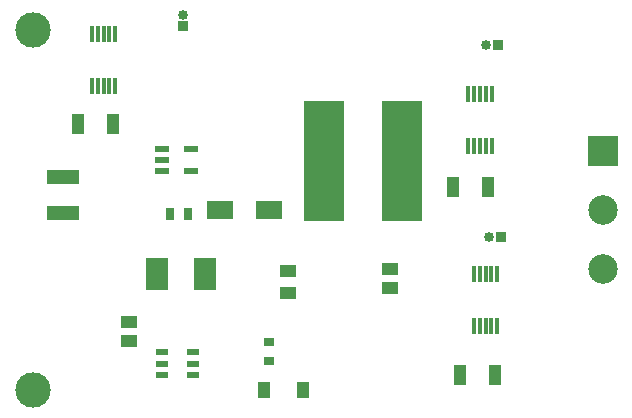
<source format=gbr>
%TF.GenerationSoftware,KiCad,Pcbnew,(6.0.11)*%
%TF.CreationDate,2023-02-10T19:02:31+05:30*%
%TF.ProjectId,1,312e6b69-6361-4645-9f70-636258585858,rev?*%
%TF.SameCoordinates,Original*%
%TF.FileFunction,Soldermask,Top*%
%TF.FilePolarity,Negative*%
%FSLAX46Y46*%
G04 Gerber Fmt 4.6, Leading zero omitted, Abs format (unit mm)*
G04 Created by KiCad (PCBNEW (6.0.11)) date 2023-02-10 19:02:31*
%MOMM*%
%LPD*%
G01*
G04 APERTURE LIST*
%ADD10R,3.505200X10.210800*%
%ADD11R,1.100000X1.350000*%
%ADD12R,1.117600X1.752600*%
%ADD13R,2.500000X2.500000*%
%ADD14C,2.500000*%
%ADD15R,1.400000X1.000000*%
%ADD16R,1.050000X0.550000*%
%ADD17R,0.800000X1.000000*%
%ADD18R,0.300000X1.425000*%
%ADD19R,2.200000X1.550000*%
%ADD20C,3.000000*%
%ADD21R,1.200000X0.600000*%
%ADD22R,0.850000X0.850000*%
%ADD23O,0.850000X0.850000*%
%ADD24R,1.470000X1.020000*%
%ADD25R,0.812800X0.762000*%
%ADD26R,2.700000X1.150000*%
%ADD27R,1.981200X2.794000*%
G04 APERTURE END LIST*
D10*
%TO.C,L2*%
X159258000Y-82167500D03*
X165862000Y-82167500D03*
%TD*%
D11*
%TO.C,C2*%
X154230000Y-101600000D03*
X157530000Y-101600000D03*
%TD*%
D12*
%TO.C,R6*%
X170186800Y-84346400D03*
X173133200Y-84346400D03*
%TD*%
%TO.C,R5*%
X138426800Y-79068000D03*
X141373200Y-79068000D03*
%TD*%
D13*
%TO.C,J1*%
X182880000Y-81360000D03*
D14*
X182880000Y-86360000D03*
X182880000Y-91360000D03*
%TD*%
D15*
%TO.C,R1*%
X156210000Y-93382800D03*
X156210000Y-91482800D03*
%TD*%
D16*
%TO.C,Boost_IC1*%
X145601000Y-98385000D03*
X145601000Y-99335000D03*
X145601000Y-100285000D03*
X148201000Y-100285000D03*
X148201000Y-99335000D03*
X148201000Y-98385000D03*
%TD*%
D17*
%TO.C,R3*%
X146200000Y-86700000D03*
X147800000Y-86700000D03*
%TD*%
D18*
%TO.C,U2*%
X171490000Y-80952000D03*
X171990000Y-80952000D03*
X172490000Y-80952000D03*
X172990000Y-80952000D03*
X173490000Y-80952000D03*
X173490000Y-76528000D03*
X172990000Y-76528000D03*
X172490000Y-76528000D03*
X171990000Y-76528000D03*
X171490000Y-76528000D03*
%TD*%
D19*
%TO.C,D1*%
X154600000Y-86360000D03*
X150500000Y-86360000D03*
%TD*%
D20*
%TO.C,J2*%
X134620000Y-71120000D03*
%TD*%
D12*
%TO.C,R7*%
X170776800Y-100325000D03*
X173723200Y-100325000D03*
%TD*%
D21*
%TO.C,Buck_IC1*%
X145525000Y-81170000D03*
X145525000Y-82120000D03*
X145525000Y-83070000D03*
X148025000Y-83070000D03*
X148025000Y-81170000D03*
%TD*%
D22*
%TO.C,I2C1*%
X173990000Y-72390000D03*
D23*
X172990000Y-72390000D03*
%TD*%
D18*
%TO.C,U3*%
X171950000Y-96192000D03*
X172450000Y-96192000D03*
X172950000Y-96192000D03*
X173450000Y-96192000D03*
X173950000Y-96192000D03*
X173950000Y-91768000D03*
X173450000Y-91768000D03*
X172950000Y-91768000D03*
X172450000Y-91768000D03*
X171950000Y-91768000D03*
%TD*%
D20*
%TO.C,J3*%
X134620000Y-101600000D03*
%TD*%
D22*
%TO.C,I2C3*%
X147320000Y-70792000D03*
D23*
X147320000Y-69792000D03*
%TD*%
D24*
%TO.C,C4*%
X164900000Y-91290000D03*
X164900000Y-92910000D03*
%TD*%
D18*
%TO.C,U1*%
X139609000Y-75872000D03*
X140109000Y-75872000D03*
X140609000Y-75872000D03*
X141109000Y-75872000D03*
X141609000Y-75872000D03*
X141609000Y-71448000D03*
X141109000Y-71448000D03*
X140609000Y-71448000D03*
X140109000Y-71448000D03*
X139609000Y-71448000D03*
%TD*%
D25*
%TO.C,R2*%
X154630200Y-99093700D03*
X154630200Y-97544300D03*
%TD*%
D22*
%TO.C,I2C2*%
X174260000Y-88582500D03*
D23*
X173260000Y-88582500D03*
%TD*%
D24*
%TO.C,C1*%
X142800000Y-95790000D03*
X142800000Y-97410000D03*
%TD*%
D26*
%TO.C,C3*%
X137140000Y-86570000D03*
X137140000Y-83570000D03*
%TD*%
D27*
%TO.C,L1*%
X145118000Y-91715000D03*
X149182000Y-91715000D03*
%TD*%
M02*

</source>
